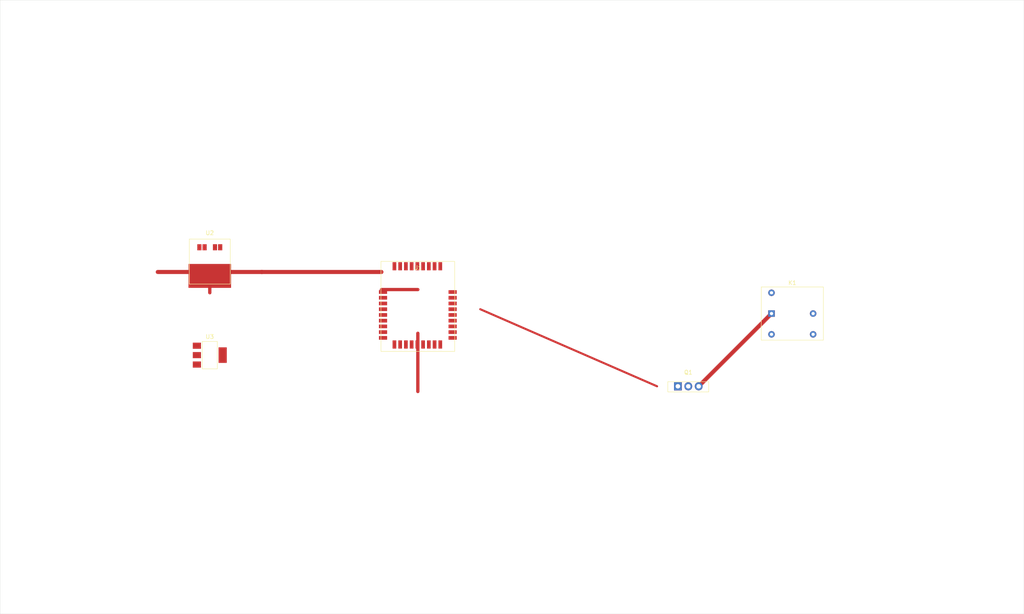
<source format=kicad_pcb>
(kicad_pcb (version 20221018) (generator pcbnew)
  (layers (0 "F.Cu" signal) (31 "B.Cu" signal) (34 "B.Paste" user) (35 "F.Paste" user) (36 "B.SilkS" user "B.Silkscreen") (37 "F.SilkS" user "F.Silkscreen") (38 "B.Mask" user) (39 "F.Mask" user) (44 "Edge.Cuts" user))
  (net 0 "")
  (net 1 "VCC")
  (net 2 "GND")
  (net 3 "+12V")
  (net 4 "+5V")
  (net 5 "+3V3")
  (net 6 "Net-(D1-K)")
  (net 7 "Net-(D2-A)")
  (net 8 "Net-(D3-A)")
  (net 9 "Net-(Q1-G)")
  (net 10 "Net-(U1-IO2)")
  (net 11 "Net-(U1-IO4)")
  (net 12 "Net-(K1-Pad1)")
  (net 13 "Net-(K1-Pad4)")
  (net 14 "Net-(K1-Pad8)")
  (footprint "RF_Module:ESP32-WROOM-32" (layer "F.Cu") (at 127 101.6)
    (fp_text reference "U1" (at 0 -11.2) (layer "F.SilkS"))
    (fp_text value "ESP32-WROOM-32")
    (fp_rect (start -9 -12.75) (end 9 9.25) (stroke (width 0.12)) (fill none) (layer "F.SilkS"))
    (pad "1" smd rect (at -8.5 -5.26) (size 2 0.9) (layers "F.Cu" "F.Paste" "F.Mask") (net 2 "GND"))
    (pad "2" smd rect (at -8.5 -3.86) (size 2 0.9) (layers "F.Cu" "F.Paste" "F.Mask") (net 5 "+3V3"))
    (pad "3" smd rect (at -8.5 -2.46) (size 2 0.9) (layers "F.Cu" "F.Paste" "F.Mask") (net 1 "VCC"))
    (pad "4" smd rect (at -8.5 -1.06) (size 2 0.9) (layers "F.Cu" "F.Paste" "F.Mask") (net 0 ""))
    (pad "5" smd rect (at -8.5 0.34) (size 2 0.9) (layers "F.Cu" "F.Paste" "F.Mask") (net 0 ""))
    (pad "6" smd rect (at -8.5 1.74) (size 2 0.9) (layers "F.Cu" "F.Paste" "F.Mask") (net 0 ""))
    (pad "7" smd rect (at -8.5 3.14) (size 2 0.9) (layers "F.Cu" "F.Paste" "F.Mask") (net 0 ""))
    (pad "8" smd rect (at -8.5 4.54) (size 2 0.9) (layers "F.Cu" "F.Paste" "F.Mask") (net 0 ""))
    (pad "9" smd rect (at -8.5 5.94) (size 2 0.9) (layers "F.Cu" "F.Paste" "F.Mask") (net 0 ""))
    (pad "10" smd rect (at -5.715 7.56) (size 0.9 2) (layers "F.Cu" "F.Paste" "F.Mask") (net 0 ""))
    (pad "11" smd rect (at -4.315 7.56) (size 0.9 2) (layers "F.Cu" "F.Paste" "F.Mask") (net 0 ""))
    (pad "12" smd rect (at -2.915 7.56) (size 0.9 2) (layers "F.Cu" "F.Paste" "F.Mask") (net 0 ""))
    (pad "13" smd rect (at -1.515 7.56) (size 0.9 2) (layers "F.Cu" "F.Paste" "F.Mask") (net 0 ""))
    (pad "14" smd rect (at -0.115 7.56) (size 0.9 2) (layers "F.Cu" "F.Paste" "F.Mask") (net 0 ""))
    (pad "15" smd rect (at 1.285 7.56) (size 0.9 2) (layers "F.Cu" "F.Paste" "F.Mask") (net 2 "GND"))
    (pad "16" smd rect (at 2.685 7.56) (size 0.9 2) (layers "F.Cu" "F.Paste" "F.Mask") (net 0 ""))
    (pad "17" smd rect (at 4.085 7.56) (size 0.9 2) (layers "F.Cu" "F.Paste" "F.Mask") (net 0 ""))
    (pad "18" smd rect (at 5.485 7.56) (size 0.9 2) (layers "F.Cu" "F.Paste" "F.Mask") (net 0 ""))
    (pad "19" smd rect (at 8.5 5.94) (size 2 0.9) (layers "F.Cu" "F.Paste" "F.Mask") (net 0 ""))
    (pad "20" smd rect (at 8.5 4.54) (size 2 0.9) (layers "F.Cu" "F.Paste" "F.Mask") (net 0 ""))
    (pad "21" smd rect (at 8.5 3.14) (size 2 0.9) (layers "F.Cu" "F.Paste" "F.Mask") (net 0 ""))
    (pad "22" smd rect (at 8.5 1.74) (size 2 0.9) (layers "F.Cu" "F.Paste" "F.Mask") (net 0 ""))
    (pad "23" smd rect (at 8.5 0.34) (size 2 0.9) (layers "F.Cu" "F.Paste" "F.Mask") (net 0 ""))
    (pad "24" smd rect (at 8.5 -1.06) (size 2 0.9) (layers "F.Cu" "F.Paste" "F.Mask") (net 10 "Net-(U1-IO2)"))
    (pad "25" smd rect (at 8.5 -2.46) (size 2 0.9) (layers "F.Cu" "F.Paste" "F.Mask") (net 0 ""))
    (pad "26" smd rect (at 8.5 -3.86) (size 2 0.9) (layers "F.Cu" "F.Paste" "F.Mask") (net 11 "Net-(U1-IO4)"))
    (pad "27" smd rect (at 8.5 -5.26) (size 2 0.9) (layers "F.Cu" "F.Paste" "F.Mask") (net 0 ""))
    (pad "28" smd rect (at 5.485 -11.56) (size 0.9 2) (layers "F.Cu" "F.Paste" "F.Mask") (net 0 ""))
    (pad "29" smd rect (at 4.085 -11.56) (size 0.9 2) (layers "F.Cu" "F.Paste" "F.Mask") (net 9 "Net-(Q1-G)"))
    (pad "30" smd rect (at 2.685 -11.56) (size 0.9 2) (layers "F.Cu" "F.Paste" "F.Mask") (net 0 ""))
    (pad "31" smd rect (at 1.285 -11.56) (size 0.9 2) (layers "F.Cu" "F.Paste" "F.Mask") (net 0 ""))
    (pad "32" smd rect (at -0.115 -11.56) (size 0.9 2) (layers "F.Cu" "F.Paste" "F.Mask") (net 0 ""))
    (pad "33" smd rect (at -1.515 -11.56) (size 0.9 2) (layers "F.Cu" "F.Paste" "F.Mask") (net 1 "VCC"))
    (pad "34" smd rect (at -2.915 -11.56) (size 0.9 2) (layers "F.Cu" "F.Paste" "F.Mask") (net 1 "VCC"))
    (pad "35" smd rect (at -4.315 -11.56) (size 0.9 2) (layers "F.Cu" "F.Paste" "F.Mask") (net 0 ""))
    (pad "36" smd rect (at -5.715 -11.56) (size 0.9 2) (layers "F.Cu" "F.Paste" "F.Mask") (net 0 ""))
  )
  (footprint "Package_TO_SOT_SMD:TO-263-5_TabPin3" (layer "F.Cu") (at 76.2 88.9)
    (fp_text reference "U2" (at 0 -7) (layer "F.SilkS"))
    (fp_text value "LM2596S-3.3")
    (fp_rect (start -5 -5.5) (end 5 5.5) (stroke (width 0.12)) (fill none) (layer "F.SilkS"))
    (pad "1" smd rect (at -2.54 -3.5) (size 1.02 1.5) (layers "F.Cu" "F.Paste" "F.Mask") (net 3 "+12V"))
    (pad "2" smd rect (at -1.27 -3.5) (size 1.02 1.5) (layers "F.Cu" "F.Paste" "F.Mask") (net 5 "+3V3"))
    (pad "3" smd rect (at 0 3.5) (size 10.4 5.84) (layers "F.Cu" "F.Paste" "F.Mask") (net 2 "GND"))
    (pad "4" smd rect (at 1.27 -3.5) (size 1.02 1.5) (layers "F.Cu" "F.Paste" "F.Mask") (net 6 "Net-(D1-K)"))
    (pad "5" smd rect (at 2.54 -3.5) (size 1.02 1.5) (layers "F.Cu" "F.Paste" "F.Mask") (net 3 "+12V"))
  )
  (footprint "Package_TO_SOT_SMD:SOT-223-3_TabPin2" (layer "F.Cu") (at 76.2 111.76)
    (fp_text reference "U3" (at 0 -4.5) (layer "F.SilkS"))
    (fp_text value "AMS1117-5.0")
    (fp_rect (start -1.85 -3.35) (end 1.85 3.35) (stroke (width 0.12)) (fill none) (layer "F.SilkS"))
    (pad "1" smd rect (at -3.15 -2.3) (size 2 1.5) (layers "F.Cu" "F.Paste" "F.Mask") (net 2 "GND"))
    (pad "2" smd rect (at -3.15 0) (size 2 1.5) (layers "F.Cu" "F.Paste" "F.Mask") (net 4 "+5V"))
    (pad "2" smd rect (at 3.15 0) (size 2 3.8) (layers "F.Cu" "F.Paste" "F.Mask") (net 4 "+5V"))
    (pad "3" smd rect (at -3.15 2.3) (size 2 1.5) (layers "F.Cu" "F.Paste" "F.Mask") (net 5 "+3V3"))
  )
  (footprint "Package_TO_SOT_THT:TO-220-3_Vertical" (layer "F.Cu") (at 190.5 119.38)
    (fp_text reference "Q1" (at 2.54 -3.4) (layer "F.SilkS"))
    (fp_text value "IRLZ44N")
    (fp_rect (start -2.46 -1.13) (end 7.54 1.37) (stroke (width 0.12)) (fill none) (layer "F.SilkS"))
    (pad "1" thru_hole rect (at 0 0) (size 1.905 2) (drill 1.1) (layers "*.Cu" "*.Mask") (net 9 "Net-(Q1-G)"))
    (pad "2" thru_hole oval (at 2.54 0) (size 1.905 2) (drill 1.1) (layers "*.Cu" "*.Mask") (net 2 "GND"))
    (pad "3" thru_hole oval (at 5.08 0) (size 1.905 2) (drill 1.1) (layers "*.Cu" "*.Mask") (net 12 "Net-(K1-Pad1)"))
  )
  (footprint "Relay_THT:Relay_SPDT_Omron_G5LE-1" (layer "F.Cu") (at 213.36 101.6)
    (fp_text reference "K1" (at 5.08 -7.5) (layer "F.SilkS"))
    (fp_text value "G5LE-1")
    (fp_rect (start -2.5 -6.5) (end 12.66 6.5) (stroke (width 0.12)) (fill none) (layer "F.SilkS"))
    (pad "1" thru_hole rect (at 0 0) (size 1.6 1.6) (drill 0.8) (layers "*.Cu" "*.Mask") (net 12 "Net-(K1-Pad1)"))
    (pad "2" thru_hole circle (at 0 -5.08) (size 1.6 1.6) (drill 0.8) (layers "*.Cu" "*.Mask") (net 4 "+5V"))
    (pad "4" thru_hole circle (at 10.16 0) (size 1.6 1.6) (drill 0.8) (layers "*.Cu" "*.Mask") (net 13 "Net-(K1-Pad4)"))
    (pad "5" thru_hole circle (at 0 5.08) (size 1.6 1.6) (drill 0.8) (layers "*.Cu" "*.Mask") (net 2 "GND"))
    (pad "8" thru_hole circle (at 10.16 5.08) (size 1.6 1.6) (drill 0.8) (layers "*.Cu" "*.Mask") (net 14 "Net-(K1-Pad8)"))
  )
  (gr_rect (start 25 25) (end 275 175) (stroke (width 0.05)) (fill none) (layer "Edge.Cuts"))
  (segment (start 63.5 91.44) (end 88.9 91.44) (width 1.0) (layer "F.Cu") (net 3))
  (segment (start 88.9 91.44) (end 118.11 91.44) (width 1.0) (layer "F.Cu") (net 5))
  (segment (start 118.11 95.74) (end 127 95.74) (width 0.8) (layer "F.Cu") (net 5))
  (segment (start 127 120.65) (end 127 106.42) (width 0.8) (layer "F.Cu") (net 2))
  (segment (start 76.2 96.52) (end 76.2 95.25) (width 0.8) (layer "F.Cu") (net 2))
  (segment (start 142.24 100.54) (end 185.42 119.38) (width 0.5) (layer "F.Cu") (net 9))
  (segment (start 195.58 119.38) (end 213.36 101.6) (width 1.0) (layer "F.Cu") (net 12))
)
</source>
